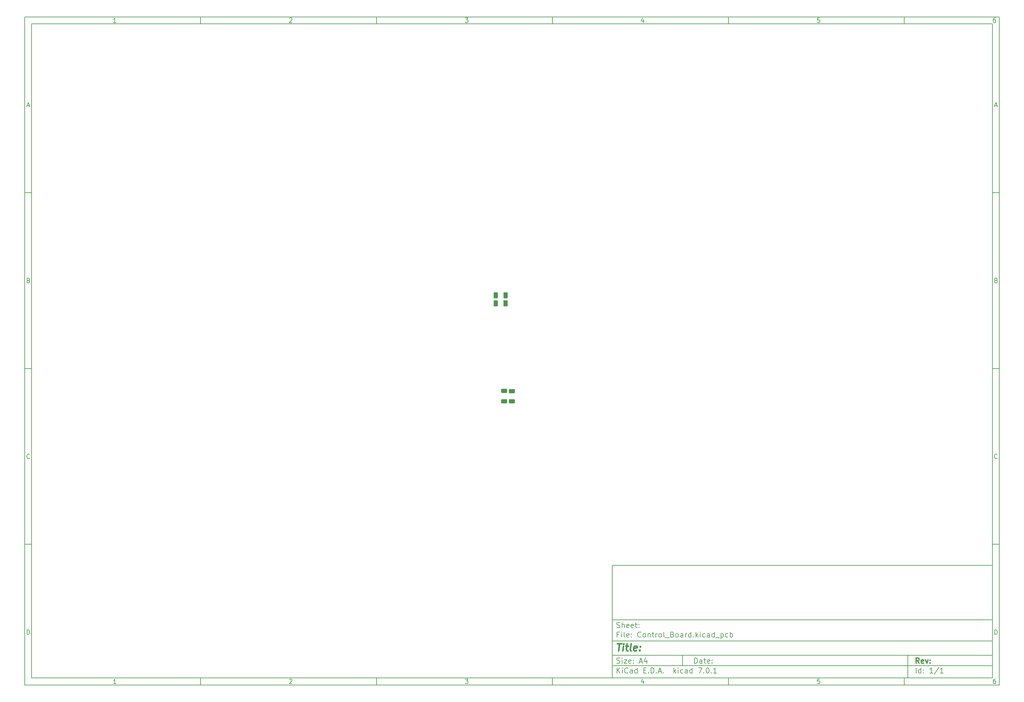
<source format=gbr>
%TF.GenerationSoftware,KiCad,Pcbnew,7.0.1*%
%TF.CreationDate,2023-09-27T13:27:15+00:00*%
%TF.ProjectId,Control_Board,436f6e74-726f-46c5-9f42-6f6172642e6b,rev?*%
%TF.SameCoordinates,Original*%
%TF.FileFunction,Paste,Bot*%
%TF.FilePolarity,Positive*%
%FSLAX45Y45*%
G04 Gerber Fmt 4.5, Leading zero omitted, Abs format (unit mm)*
G04 Created by KiCad (PCBNEW 7.0.1) date 2023-09-27 13:27:15*
%MOMM*%
%LPD*%
G01*
G04 APERTURE LIST*
G04 Aperture macros list*
%AMRoundRect*
0 Rectangle with rounded corners*
0 $1 Rounding radius*
0 $2 $3 $4 $5 $6 $7 $8 $9 X,Y pos of 4 corners*
0 Add a 4 corners polygon primitive as box body*
4,1,4,$2,$3,$4,$5,$6,$7,$8,$9,$2,$3,0*
0 Add four circle primitives for the rounded corners*
1,1,$1+$1,$2,$3*
1,1,$1+$1,$4,$5*
1,1,$1+$1,$6,$7*
1,1,$1+$1,$8,$9*
0 Add four rect primitives between the rounded corners*
20,1,$1+$1,$2,$3,$4,$5,0*
20,1,$1+$1,$4,$5,$6,$7,0*
20,1,$1+$1,$6,$7,$8,$9,0*
20,1,$1+$1,$8,$9,$2,$3,0*%
G04 Aperture macros list end*
%ADD10C,0.100000*%
%ADD11C,0.150000*%
%ADD12C,0.300000*%
%ADD13C,0.400000*%
%ADD14RoundRect,0.250000X-0.625000X0.312500X-0.625000X-0.312500X0.625000X-0.312500X0.625000X0.312500X0*%
%ADD15RoundRect,0.250000X-0.375000X-0.625000X0.375000X-0.625000X0.375000X0.625000X-0.375000X0.625000X0*%
%ADD16RoundRect,0.250000X0.625000X-0.312500X0.625000X0.312500X-0.625000X0.312500X-0.625000X-0.312500X0*%
G04 APERTURE END LIST*
D10*
D11*
X17700220Y-16600720D02*
X28500220Y-16600720D01*
X28500220Y-19800720D01*
X17700220Y-19800720D01*
X17700220Y-16600720D01*
D10*
D11*
X1000000Y-1000000D02*
X28700220Y-1000000D01*
X28700220Y-20000720D01*
X1000000Y-20000720D01*
X1000000Y-1000000D01*
D10*
D11*
X1200000Y-1200000D02*
X28500220Y-1200000D01*
X28500220Y-19800720D01*
X1200000Y-19800720D01*
X1200000Y-1200000D01*
D10*
D11*
X6000000Y-1200000D02*
X6000000Y-1000000D01*
D10*
D11*
X11000000Y-1200000D02*
X11000000Y-1000000D01*
D10*
D11*
X16000000Y-1200000D02*
X16000000Y-1000000D01*
D10*
D11*
X21000000Y-1200000D02*
X21000000Y-1000000D01*
D10*
D11*
X26000000Y-1200000D02*
X26000000Y-1000000D01*
D10*
D11*
X3599048Y-1160140D02*
X3524762Y-1160140D01*
X3561905Y-1160140D02*
X3561905Y-1030140D01*
X3561905Y-1030140D02*
X3549524Y-1048712D01*
X3549524Y-1048712D02*
X3537143Y-1061093D01*
X3537143Y-1061093D02*
X3524762Y-1067283D01*
D10*
D11*
X8524762Y-1042521D02*
X8530952Y-1036331D01*
X8530952Y-1036331D02*
X8543333Y-1030140D01*
X8543333Y-1030140D02*
X8574286Y-1030140D01*
X8574286Y-1030140D02*
X8586667Y-1036331D01*
X8586667Y-1036331D02*
X8592857Y-1042521D01*
X8592857Y-1042521D02*
X8599048Y-1054902D01*
X8599048Y-1054902D02*
X8599048Y-1067283D01*
X8599048Y-1067283D02*
X8592857Y-1085855D01*
X8592857Y-1085855D02*
X8518571Y-1160140D01*
X8518571Y-1160140D02*
X8599048Y-1160140D01*
D10*
D11*
X13518571Y-1030140D02*
X13599048Y-1030140D01*
X13599048Y-1030140D02*
X13555714Y-1079664D01*
X13555714Y-1079664D02*
X13574286Y-1079664D01*
X13574286Y-1079664D02*
X13586667Y-1085855D01*
X13586667Y-1085855D02*
X13592857Y-1092045D01*
X13592857Y-1092045D02*
X13599048Y-1104426D01*
X13599048Y-1104426D02*
X13599048Y-1135379D01*
X13599048Y-1135379D02*
X13592857Y-1147760D01*
X13592857Y-1147760D02*
X13586667Y-1153950D01*
X13586667Y-1153950D02*
X13574286Y-1160140D01*
X13574286Y-1160140D02*
X13537143Y-1160140D01*
X13537143Y-1160140D02*
X13524762Y-1153950D01*
X13524762Y-1153950D02*
X13518571Y-1147760D01*
D10*
D11*
X18586667Y-1073474D02*
X18586667Y-1160140D01*
X18555714Y-1023950D02*
X18524762Y-1116807D01*
X18524762Y-1116807D02*
X18605238Y-1116807D01*
D10*
D11*
X23592857Y-1030140D02*
X23530952Y-1030140D01*
X23530952Y-1030140D02*
X23524762Y-1092045D01*
X23524762Y-1092045D02*
X23530952Y-1085855D01*
X23530952Y-1085855D02*
X23543333Y-1079664D01*
X23543333Y-1079664D02*
X23574286Y-1079664D01*
X23574286Y-1079664D02*
X23586667Y-1085855D01*
X23586667Y-1085855D02*
X23592857Y-1092045D01*
X23592857Y-1092045D02*
X23599048Y-1104426D01*
X23599048Y-1104426D02*
X23599048Y-1135379D01*
X23599048Y-1135379D02*
X23592857Y-1147760D01*
X23592857Y-1147760D02*
X23586667Y-1153950D01*
X23586667Y-1153950D02*
X23574286Y-1160140D01*
X23574286Y-1160140D02*
X23543333Y-1160140D01*
X23543333Y-1160140D02*
X23530952Y-1153950D01*
X23530952Y-1153950D02*
X23524762Y-1147760D01*
D10*
D11*
X28586667Y-1030140D02*
X28561905Y-1030140D01*
X28561905Y-1030140D02*
X28549524Y-1036331D01*
X28549524Y-1036331D02*
X28543333Y-1042521D01*
X28543333Y-1042521D02*
X28530952Y-1061093D01*
X28530952Y-1061093D02*
X28524762Y-1085855D01*
X28524762Y-1085855D02*
X28524762Y-1135379D01*
X28524762Y-1135379D02*
X28530952Y-1147760D01*
X28530952Y-1147760D02*
X28537143Y-1153950D01*
X28537143Y-1153950D02*
X28549524Y-1160140D01*
X28549524Y-1160140D02*
X28574286Y-1160140D01*
X28574286Y-1160140D02*
X28586667Y-1153950D01*
X28586667Y-1153950D02*
X28592857Y-1147760D01*
X28592857Y-1147760D02*
X28599048Y-1135379D01*
X28599048Y-1135379D02*
X28599048Y-1104426D01*
X28599048Y-1104426D02*
X28592857Y-1092045D01*
X28592857Y-1092045D02*
X28586667Y-1085855D01*
X28586667Y-1085855D02*
X28574286Y-1079664D01*
X28574286Y-1079664D02*
X28549524Y-1079664D01*
X28549524Y-1079664D02*
X28537143Y-1085855D01*
X28537143Y-1085855D02*
X28530952Y-1092045D01*
X28530952Y-1092045D02*
X28524762Y-1104426D01*
D10*
D11*
X6000000Y-19800720D02*
X6000000Y-20000720D01*
D10*
D11*
X11000000Y-19800720D02*
X11000000Y-20000720D01*
D10*
D11*
X16000000Y-19800720D02*
X16000000Y-20000720D01*
D10*
D11*
X21000000Y-19800720D02*
X21000000Y-20000720D01*
D10*
D11*
X26000000Y-19800720D02*
X26000000Y-20000720D01*
D10*
D11*
X3599048Y-19960860D02*
X3524762Y-19960860D01*
X3561905Y-19960860D02*
X3561905Y-19830860D01*
X3561905Y-19830860D02*
X3549524Y-19849432D01*
X3549524Y-19849432D02*
X3537143Y-19861813D01*
X3537143Y-19861813D02*
X3524762Y-19868003D01*
D10*
D11*
X8524762Y-19843241D02*
X8530952Y-19837051D01*
X8530952Y-19837051D02*
X8543333Y-19830860D01*
X8543333Y-19830860D02*
X8574286Y-19830860D01*
X8574286Y-19830860D02*
X8586667Y-19837051D01*
X8586667Y-19837051D02*
X8592857Y-19843241D01*
X8592857Y-19843241D02*
X8599048Y-19855622D01*
X8599048Y-19855622D02*
X8599048Y-19868003D01*
X8599048Y-19868003D02*
X8592857Y-19886575D01*
X8592857Y-19886575D02*
X8518571Y-19960860D01*
X8518571Y-19960860D02*
X8599048Y-19960860D01*
D10*
D11*
X13518571Y-19830860D02*
X13599048Y-19830860D01*
X13599048Y-19830860D02*
X13555714Y-19880384D01*
X13555714Y-19880384D02*
X13574286Y-19880384D01*
X13574286Y-19880384D02*
X13586667Y-19886575D01*
X13586667Y-19886575D02*
X13592857Y-19892765D01*
X13592857Y-19892765D02*
X13599048Y-19905146D01*
X13599048Y-19905146D02*
X13599048Y-19936099D01*
X13599048Y-19936099D02*
X13592857Y-19948480D01*
X13592857Y-19948480D02*
X13586667Y-19954670D01*
X13586667Y-19954670D02*
X13574286Y-19960860D01*
X13574286Y-19960860D02*
X13537143Y-19960860D01*
X13537143Y-19960860D02*
X13524762Y-19954670D01*
X13524762Y-19954670D02*
X13518571Y-19948480D01*
D10*
D11*
X18586667Y-19874194D02*
X18586667Y-19960860D01*
X18555714Y-19824670D02*
X18524762Y-19917527D01*
X18524762Y-19917527D02*
X18605238Y-19917527D01*
D10*
D11*
X23592857Y-19830860D02*
X23530952Y-19830860D01*
X23530952Y-19830860D02*
X23524762Y-19892765D01*
X23524762Y-19892765D02*
X23530952Y-19886575D01*
X23530952Y-19886575D02*
X23543333Y-19880384D01*
X23543333Y-19880384D02*
X23574286Y-19880384D01*
X23574286Y-19880384D02*
X23586667Y-19886575D01*
X23586667Y-19886575D02*
X23592857Y-19892765D01*
X23592857Y-19892765D02*
X23599048Y-19905146D01*
X23599048Y-19905146D02*
X23599048Y-19936099D01*
X23599048Y-19936099D02*
X23592857Y-19948480D01*
X23592857Y-19948480D02*
X23586667Y-19954670D01*
X23586667Y-19954670D02*
X23574286Y-19960860D01*
X23574286Y-19960860D02*
X23543333Y-19960860D01*
X23543333Y-19960860D02*
X23530952Y-19954670D01*
X23530952Y-19954670D02*
X23524762Y-19948480D01*
D10*
D11*
X28586667Y-19830860D02*
X28561905Y-19830860D01*
X28561905Y-19830860D02*
X28549524Y-19837051D01*
X28549524Y-19837051D02*
X28543333Y-19843241D01*
X28543333Y-19843241D02*
X28530952Y-19861813D01*
X28530952Y-19861813D02*
X28524762Y-19886575D01*
X28524762Y-19886575D02*
X28524762Y-19936099D01*
X28524762Y-19936099D02*
X28530952Y-19948480D01*
X28530952Y-19948480D02*
X28537143Y-19954670D01*
X28537143Y-19954670D02*
X28549524Y-19960860D01*
X28549524Y-19960860D02*
X28574286Y-19960860D01*
X28574286Y-19960860D02*
X28586667Y-19954670D01*
X28586667Y-19954670D02*
X28592857Y-19948480D01*
X28592857Y-19948480D02*
X28599048Y-19936099D01*
X28599048Y-19936099D02*
X28599048Y-19905146D01*
X28599048Y-19905146D02*
X28592857Y-19892765D01*
X28592857Y-19892765D02*
X28586667Y-19886575D01*
X28586667Y-19886575D02*
X28574286Y-19880384D01*
X28574286Y-19880384D02*
X28549524Y-19880384D01*
X28549524Y-19880384D02*
X28537143Y-19886575D01*
X28537143Y-19886575D02*
X28530952Y-19892765D01*
X28530952Y-19892765D02*
X28524762Y-19905146D01*
D10*
D11*
X1000000Y-6000000D02*
X1200000Y-6000000D01*
D10*
D11*
X1000000Y-11000000D02*
X1200000Y-11000000D01*
D10*
D11*
X1000000Y-16000000D02*
X1200000Y-16000000D01*
D10*
D11*
X1069048Y-3522998D02*
X1130952Y-3522998D01*
X1056667Y-3560140D02*
X1100000Y-3430140D01*
X1100000Y-3430140D02*
X1143333Y-3560140D01*
D10*
D11*
X1109286Y-8492045D02*
X1127857Y-8498236D01*
X1127857Y-8498236D02*
X1134048Y-8504426D01*
X1134048Y-8504426D02*
X1140238Y-8516807D01*
X1140238Y-8516807D02*
X1140238Y-8535379D01*
X1140238Y-8535379D02*
X1134048Y-8547760D01*
X1134048Y-8547760D02*
X1127857Y-8553950D01*
X1127857Y-8553950D02*
X1115476Y-8560140D01*
X1115476Y-8560140D02*
X1065952Y-8560140D01*
X1065952Y-8560140D02*
X1065952Y-8430140D01*
X1065952Y-8430140D02*
X1109286Y-8430140D01*
X1109286Y-8430140D02*
X1121667Y-8436331D01*
X1121667Y-8436331D02*
X1127857Y-8442521D01*
X1127857Y-8442521D02*
X1134048Y-8454902D01*
X1134048Y-8454902D02*
X1134048Y-8467283D01*
X1134048Y-8467283D02*
X1127857Y-8479664D01*
X1127857Y-8479664D02*
X1121667Y-8485855D01*
X1121667Y-8485855D02*
X1109286Y-8492045D01*
X1109286Y-8492045D02*
X1065952Y-8492045D01*
D10*
D11*
X1140238Y-13547759D02*
X1134048Y-13553950D01*
X1134048Y-13553950D02*
X1115476Y-13560140D01*
X1115476Y-13560140D02*
X1103095Y-13560140D01*
X1103095Y-13560140D02*
X1084524Y-13553950D01*
X1084524Y-13553950D02*
X1072143Y-13541569D01*
X1072143Y-13541569D02*
X1065952Y-13529188D01*
X1065952Y-13529188D02*
X1059762Y-13504426D01*
X1059762Y-13504426D02*
X1059762Y-13485855D01*
X1059762Y-13485855D02*
X1065952Y-13461093D01*
X1065952Y-13461093D02*
X1072143Y-13448712D01*
X1072143Y-13448712D02*
X1084524Y-13436331D01*
X1084524Y-13436331D02*
X1103095Y-13430140D01*
X1103095Y-13430140D02*
X1115476Y-13430140D01*
X1115476Y-13430140D02*
X1134048Y-13436331D01*
X1134048Y-13436331D02*
X1140238Y-13442521D01*
D10*
D11*
X1065952Y-18560140D02*
X1065952Y-18430140D01*
X1065952Y-18430140D02*
X1096905Y-18430140D01*
X1096905Y-18430140D02*
X1115476Y-18436331D01*
X1115476Y-18436331D02*
X1127857Y-18448712D01*
X1127857Y-18448712D02*
X1134048Y-18461093D01*
X1134048Y-18461093D02*
X1140238Y-18485855D01*
X1140238Y-18485855D02*
X1140238Y-18504426D01*
X1140238Y-18504426D02*
X1134048Y-18529188D01*
X1134048Y-18529188D02*
X1127857Y-18541569D01*
X1127857Y-18541569D02*
X1115476Y-18553950D01*
X1115476Y-18553950D02*
X1096905Y-18560140D01*
X1096905Y-18560140D02*
X1065952Y-18560140D01*
D10*
D11*
X28700220Y-6000000D02*
X28500220Y-6000000D01*
D10*
D11*
X28700220Y-11000000D02*
X28500220Y-11000000D01*
D10*
D11*
X28700220Y-16000000D02*
X28500220Y-16000000D01*
D10*
D11*
X28569268Y-3522998D02*
X28631172Y-3522998D01*
X28556887Y-3560140D02*
X28600220Y-3430140D01*
X28600220Y-3430140D02*
X28643553Y-3560140D01*
D10*
D11*
X28609506Y-8492045D02*
X28628077Y-8498236D01*
X28628077Y-8498236D02*
X28634268Y-8504426D01*
X28634268Y-8504426D02*
X28640458Y-8516807D01*
X28640458Y-8516807D02*
X28640458Y-8535379D01*
X28640458Y-8535379D02*
X28634268Y-8547760D01*
X28634268Y-8547760D02*
X28628077Y-8553950D01*
X28628077Y-8553950D02*
X28615696Y-8560140D01*
X28615696Y-8560140D02*
X28566172Y-8560140D01*
X28566172Y-8560140D02*
X28566172Y-8430140D01*
X28566172Y-8430140D02*
X28609506Y-8430140D01*
X28609506Y-8430140D02*
X28621887Y-8436331D01*
X28621887Y-8436331D02*
X28628077Y-8442521D01*
X28628077Y-8442521D02*
X28634268Y-8454902D01*
X28634268Y-8454902D02*
X28634268Y-8467283D01*
X28634268Y-8467283D02*
X28628077Y-8479664D01*
X28628077Y-8479664D02*
X28621887Y-8485855D01*
X28621887Y-8485855D02*
X28609506Y-8492045D01*
X28609506Y-8492045D02*
X28566172Y-8492045D01*
D10*
D11*
X28640458Y-13547759D02*
X28634268Y-13553950D01*
X28634268Y-13553950D02*
X28615696Y-13560140D01*
X28615696Y-13560140D02*
X28603315Y-13560140D01*
X28603315Y-13560140D02*
X28584744Y-13553950D01*
X28584744Y-13553950D02*
X28572363Y-13541569D01*
X28572363Y-13541569D02*
X28566172Y-13529188D01*
X28566172Y-13529188D02*
X28559982Y-13504426D01*
X28559982Y-13504426D02*
X28559982Y-13485855D01*
X28559982Y-13485855D02*
X28566172Y-13461093D01*
X28566172Y-13461093D02*
X28572363Y-13448712D01*
X28572363Y-13448712D02*
X28584744Y-13436331D01*
X28584744Y-13436331D02*
X28603315Y-13430140D01*
X28603315Y-13430140D02*
X28615696Y-13430140D01*
X28615696Y-13430140D02*
X28634268Y-13436331D01*
X28634268Y-13436331D02*
X28640458Y-13442521D01*
D10*
D11*
X28566172Y-18560140D02*
X28566172Y-18430140D01*
X28566172Y-18430140D02*
X28597125Y-18430140D01*
X28597125Y-18430140D02*
X28615696Y-18436331D01*
X28615696Y-18436331D02*
X28628077Y-18448712D01*
X28628077Y-18448712D02*
X28634268Y-18461093D01*
X28634268Y-18461093D02*
X28640458Y-18485855D01*
X28640458Y-18485855D02*
X28640458Y-18504426D01*
X28640458Y-18504426D02*
X28634268Y-18529188D01*
X28634268Y-18529188D02*
X28628077Y-18541569D01*
X28628077Y-18541569D02*
X28615696Y-18553950D01*
X28615696Y-18553950D02*
X28597125Y-18560140D01*
X28597125Y-18560140D02*
X28566172Y-18560140D01*
D10*
D11*
X20035934Y-19380113D02*
X20035934Y-19230113D01*
X20035934Y-19230113D02*
X20071649Y-19230113D01*
X20071649Y-19230113D02*
X20093077Y-19237256D01*
X20093077Y-19237256D02*
X20107363Y-19251541D01*
X20107363Y-19251541D02*
X20114506Y-19265827D01*
X20114506Y-19265827D02*
X20121649Y-19294399D01*
X20121649Y-19294399D02*
X20121649Y-19315827D01*
X20121649Y-19315827D02*
X20114506Y-19344399D01*
X20114506Y-19344399D02*
X20107363Y-19358684D01*
X20107363Y-19358684D02*
X20093077Y-19372970D01*
X20093077Y-19372970D02*
X20071649Y-19380113D01*
X20071649Y-19380113D02*
X20035934Y-19380113D01*
X20250220Y-19380113D02*
X20250220Y-19301541D01*
X20250220Y-19301541D02*
X20243077Y-19287256D01*
X20243077Y-19287256D02*
X20228791Y-19280113D01*
X20228791Y-19280113D02*
X20200220Y-19280113D01*
X20200220Y-19280113D02*
X20185934Y-19287256D01*
X20250220Y-19372970D02*
X20235934Y-19380113D01*
X20235934Y-19380113D02*
X20200220Y-19380113D01*
X20200220Y-19380113D02*
X20185934Y-19372970D01*
X20185934Y-19372970D02*
X20178791Y-19358684D01*
X20178791Y-19358684D02*
X20178791Y-19344399D01*
X20178791Y-19344399D02*
X20185934Y-19330113D01*
X20185934Y-19330113D02*
X20200220Y-19322970D01*
X20200220Y-19322970D02*
X20235934Y-19322970D01*
X20235934Y-19322970D02*
X20250220Y-19315827D01*
X20300220Y-19280113D02*
X20357363Y-19280113D01*
X20321649Y-19230113D02*
X20321649Y-19358684D01*
X20321649Y-19358684D02*
X20328791Y-19372970D01*
X20328791Y-19372970D02*
X20343077Y-19380113D01*
X20343077Y-19380113D02*
X20357363Y-19380113D01*
X20464506Y-19372970D02*
X20450220Y-19380113D01*
X20450220Y-19380113D02*
X20421649Y-19380113D01*
X20421649Y-19380113D02*
X20407363Y-19372970D01*
X20407363Y-19372970D02*
X20400220Y-19358684D01*
X20400220Y-19358684D02*
X20400220Y-19301541D01*
X20400220Y-19301541D02*
X20407363Y-19287256D01*
X20407363Y-19287256D02*
X20421649Y-19280113D01*
X20421649Y-19280113D02*
X20450220Y-19280113D01*
X20450220Y-19280113D02*
X20464506Y-19287256D01*
X20464506Y-19287256D02*
X20471649Y-19301541D01*
X20471649Y-19301541D02*
X20471649Y-19315827D01*
X20471649Y-19315827D02*
X20400220Y-19330113D01*
X20535934Y-19365827D02*
X20543077Y-19372970D01*
X20543077Y-19372970D02*
X20535934Y-19380113D01*
X20535934Y-19380113D02*
X20528791Y-19372970D01*
X20528791Y-19372970D02*
X20535934Y-19365827D01*
X20535934Y-19365827D02*
X20535934Y-19380113D01*
X20535934Y-19287256D02*
X20543077Y-19294399D01*
X20543077Y-19294399D02*
X20535934Y-19301541D01*
X20535934Y-19301541D02*
X20528791Y-19294399D01*
X20528791Y-19294399D02*
X20535934Y-19287256D01*
X20535934Y-19287256D02*
X20535934Y-19301541D01*
D10*
D11*
X17700220Y-19450720D02*
X28500220Y-19450720D01*
D10*
D11*
X17835934Y-19660113D02*
X17835934Y-19510113D01*
X17921649Y-19660113D02*
X17857363Y-19574399D01*
X17921649Y-19510113D02*
X17835934Y-19595827D01*
X17985934Y-19660113D02*
X17985934Y-19560113D01*
X17985934Y-19510113D02*
X17978791Y-19517256D01*
X17978791Y-19517256D02*
X17985934Y-19524399D01*
X17985934Y-19524399D02*
X17993077Y-19517256D01*
X17993077Y-19517256D02*
X17985934Y-19510113D01*
X17985934Y-19510113D02*
X17985934Y-19524399D01*
X18143077Y-19645827D02*
X18135934Y-19652970D01*
X18135934Y-19652970D02*
X18114506Y-19660113D01*
X18114506Y-19660113D02*
X18100220Y-19660113D01*
X18100220Y-19660113D02*
X18078791Y-19652970D01*
X18078791Y-19652970D02*
X18064506Y-19638684D01*
X18064506Y-19638684D02*
X18057363Y-19624399D01*
X18057363Y-19624399D02*
X18050220Y-19595827D01*
X18050220Y-19595827D02*
X18050220Y-19574399D01*
X18050220Y-19574399D02*
X18057363Y-19545827D01*
X18057363Y-19545827D02*
X18064506Y-19531541D01*
X18064506Y-19531541D02*
X18078791Y-19517256D01*
X18078791Y-19517256D02*
X18100220Y-19510113D01*
X18100220Y-19510113D02*
X18114506Y-19510113D01*
X18114506Y-19510113D02*
X18135934Y-19517256D01*
X18135934Y-19517256D02*
X18143077Y-19524399D01*
X18271649Y-19660113D02*
X18271649Y-19581541D01*
X18271649Y-19581541D02*
X18264506Y-19567256D01*
X18264506Y-19567256D02*
X18250220Y-19560113D01*
X18250220Y-19560113D02*
X18221649Y-19560113D01*
X18221649Y-19560113D02*
X18207363Y-19567256D01*
X18271649Y-19652970D02*
X18257363Y-19660113D01*
X18257363Y-19660113D02*
X18221649Y-19660113D01*
X18221649Y-19660113D02*
X18207363Y-19652970D01*
X18207363Y-19652970D02*
X18200220Y-19638684D01*
X18200220Y-19638684D02*
X18200220Y-19624399D01*
X18200220Y-19624399D02*
X18207363Y-19610113D01*
X18207363Y-19610113D02*
X18221649Y-19602970D01*
X18221649Y-19602970D02*
X18257363Y-19602970D01*
X18257363Y-19602970D02*
X18271649Y-19595827D01*
X18407363Y-19660113D02*
X18407363Y-19510113D01*
X18407363Y-19652970D02*
X18393077Y-19660113D01*
X18393077Y-19660113D02*
X18364506Y-19660113D01*
X18364506Y-19660113D02*
X18350220Y-19652970D01*
X18350220Y-19652970D02*
X18343077Y-19645827D01*
X18343077Y-19645827D02*
X18335934Y-19631541D01*
X18335934Y-19631541D02*
X18335934Y-19588684D01*
X18335934Y-19588684D02*
X18343077Y-19574399D01*
X18343077Y-19574399D02*
X18350220Y-19567256D01*
X18350220Y-19567256D02*
X18364506Y-19560113D01*
X18364506Y-19560113D02*
X18393077Y-19560113D01*
X18393077Y-19560113D02*
X18407363Y-19567256D01*
X18593077Y-19581541D02*
X18643077Y-19581541D01*
X18664506Y-19660113D02*
X18593077Y-19660113D01*
X18593077Y-19660113D02*
X18593077Y-19510113D01*
X18593077Y-19510113D02*
X18664506Y-19510113D01*
X18728791Y-19645827D02*
X18735934Y-19652970D01*
X18735934Y-19652970D02*
X18728791Y-19660113D01*
X18728791Y-19660113D02*
X18721649Y-19652970D01*
X18721649Y-19652970D02*
X18728791Y-19645827D01*
X18728791Y-19645827D02*
X18728791Y-19660113D01*
X18800220Y-19660113D02*
X18800220Y-19510113D01*
X18800220Y-19510113D02*
X18835934Y-19510113D01*
X18835934Y-19510113D02*
X18857363Y-19517256D01*
X18857363Y-19517256D02*
X18871649Y-19531541D01*
X18871649Y-19531541D02*
X18878792Y-19545827D01*
X18878792Y-19545827D02*
X18885934Y-19574399D01*
X18885934Y-19574399D02*
X18885934Y-19595827D01*
X18885934Y-19595827D02*
X18878792Y-19624399D01*
X18878792Y-19624399D02*
X18871649Y-19638684D01*
X18871649Y-19638684D02*
X18857363Y-19652970D01*
X18857363Y-19652970D02*
X18835934Y-19660113D01*
X18835934Y-19660113D02*
X18800220Y-19660113D01*
X18950220Y-19645827D02*
X18957363Y-19652970D01*
X18957363Y-19652970D02*
X18950220Y-19660113D01*
X18950220Y-19660113D02*
X18943077Y-19652970D01*
X18943077Y-19652970D02*
X18950220Y-19645827D01*
X18950220Y-19645827D02*
X18950220Y-19660113D01*
X19014506Y-19617256D02*
X19085934Y-19617256D01*
X19000220Y-19660113D02*
X19050220Y-19510113D01*
X19050220Y-19510113D02*
X19100220Y-19660113D01*
X19150220Y-19645827D02*
X19157363Y-19652970D01*
X19157363Y-19652970D02*
X19150220Y-19660113D01*
X19150220Y-19660113D02*
X19143077Y-19652970D01*
X19143077Y-19652970D02*
X19150220Y-19645827D01*
X19150220Y-19645827D02*
X19150220Y-19660113D01*
X19450220Y-19660113D02*
X19450220Y-19510113D01*
X19464506Y-19602970D02*
X19507363Y-19660113D01*
X19507363Y-19560113D02*
X19450220Y-19617256D01*
X19571649Y-19660113D02*
X19571649Y-19560113D01*
X19571649Y-19510113D02*
X19564506Y-19517256D01*
X19564506Y-19517256D02*
X19571649Y-19524399D01*
X19571649Y-19524399D02*
X19578792Y-19517256D01*
X19578792Y-19517256D02*
X19571649Y-19510113D01*
X19571649Y-19510113D02*
X19571649Y-19524399D01*
X19707363Y-19652970D02*
X19693077Y-19660113D01*
X19693077Y-19660113D02*
X19664506Y-19660113D01*
X19664506Y-19660113D02*
X19650220Y-19652970D01*
X19650220Y-19652970D02*
X19643077Y-19645827D01*
X19643077Y-19645827D02*
X19635934Y-19631541D01*
X19635934Y-19631541D02*
X19635934Y-19588684D01*
X19635934Y-19588684D02*
X19643077Y-19574399D01*
X19643077Y-19574399D02*
X19650220Y-19567256D01*
X19650220Y-19567256D02*
X19664506Y-19560113D01*
X19664506Y-19560113D02*
X19693077Y-19560113D01*
X19693077Y-19560113D02*
X19707363Y-19567256D01*
X19835934Y-19660113D02*
X19835934Y-19581541D01*
X19835934Y-19581541D02*
X19828792Y-19567256D01*
X19828792Y-19567256D02*
X19814506Y-19560113D01*
X19814506Y-19560113D02*
X19785934Y-19560113D01*
X19785934Y-19560113D02*
X19771649Y-19567256D01*
X19835934Y-19652970D02*
X19821649Y-19660113D01*
X19821649Y-19660113D02*
X19785934Y-19660113D01*
X19785934Y-19660113D02*
X19771649Y-19652970D01*
X19771649Y-19652970D02*
X19764506Y-19638684D01*
X19764506Y-19638684D02*
X19764506Y-19624399D01*
X19764506Y-19624399D02*
X19771649Y-19610113D01*
X19771649Y-19610113D02*
X19785934Y-19602970D01*
X19785934Y-19602970D02*
X19821649Y-19602970D01*
X19821649Y-19602970D02*
X19835934Y-19595827D01*
X19971649Y-19660113D02*
X19971649Y-19510113D01*
X19971649Y-19652970D02*
X19957363Y-19660113D01*
X19957363Y-19660113D02*
X19928792Y-19660113D01*
X19928792Y-19660113D02*
X19914506Y-19652970D01*
X19914506Y-19652970D02*
X19907363Y-19645827D01*
X19907363Y-19645827D02*
X19900220Y-19631541D01*
X19900220Y-19631541D02*
X19900220Y-19588684D01*
X19900220Y-19588684D02*
X19907363Y-19574399D01*
X19907363Y-19574399D02*
X19914506Y-19567256D01*
X19914506Y-19567256D02*
X19928792Y-19560113D01*
X19928792Y-19560113D02*
X19957363Y-19560113D01*
X19957363Y-19560113D02*
X19971649Y-19567256D01*
X20143077Y-19510113D02*
X20243077Y-19510113D01*
X20243077Y-19510113D02*
X20178792Y-19660113D01*
X20300220Y-19645827D02*
X20307363Y-19652970D01*
X20307363Y-19652970D02*
X20300220Y-19660113D01*
X20300220Y-19660113D02*
X20293077Y-19652970D01*
X20293077Y-19652970D02*
X20300220Y-19645827D01*
X20300220Y-19645827D02*
X20300220Y-19660113D01*
X20400220Y-19510113D02*
X20414506Y-19510113D01*
X20414506Y-19510113D02*
X20428792Y-19517256D01*
X20428792Y-19517256D02*
X20435934Y-19524399D01*
X20435934Y-19524399D02*
X20443077Y-19538684D01*
X20443077Y-19538684D02*
X20450220Y-19567256D01*
X20450220Y-19567256D02*
X20450220Y-19602970D01*
X20450220Y-19602970D02*
X20443077Y-19631541D01*
X20443077Y-19631541D02*
X20435934Y-19645827D01*
X20435934Y-19645827D02*
X20428792Y-19652970D01*
X20428792Y-19652970D02*
X20414506Y-19660113D01*
X20414506Y-19660113D02*
X20400220Y-19660113D01*
X20400220Y-19660113D02*
X20385934Y-19652970D01*
X20385934Y-19652970D02*
X20378792Y-19645827D01*
X20378792Y-19645827D02*
X20371649Y-19631541D01*
X20371649Y-19631541D02*
X20364506Y-19602970D01*
X20364506Y-19602970D02*
X20364506Y-19567256D01*
X20364506Y-19567256D02*
X20371649Y-19538684D01*
X20371649Y-19538684D02*
X20378792Y-19524399D01*
X20378792Y-19524399D02*
X20385934Y-19517256D01*
X20385934Y-19517256D02*
X20400220Y-19510113D01*
X20514506Y-19645827D02*
X20521649Y-19652970D01*
X20521649Y-19652970D02*
X20514506Y-19660113D01*
X20514506Y-19660113D02*
X20507363Y-19652970D01*
X20507363Y-19652970D02*
X20514506Y-19645827D01*
X20514506Y-19645827D02*
X20514506Y-19660113D01*
X20664506Y-19660113D02*
X20578792Y-19660113D01*
X20621649Y-19660113D02*
X20621649Y-19510113D01*
X20621649Y-19510113D02*
X20607363Y-19531541D01*
X20607363Y-19531541D02*
X20593077Y-19545827D01*
X20593077Y-19545827D02*
X20578792Y-19552970D01*
D10*
D11*
X17700220Y-19150720D02*
X28500220Y-19150720D01*
D10*
D12*
X26421648Y-19380113D02*
X26371648Y-19308684D01*
X26335934Y-19380113D02*
X26335934Y-19230113D01*
X26335934Y-19230113D02*
X26393077Y-19230113D01*
X26393077Y-19230113D02*
X26407363Y-19237256D01*
X26407363Y-19237256D02*
X26414506Y-19244399D01*
X26414506Y-19244399D02*
X26421648Y-19258684D01*
X26421648Y-19258684D02*
X26421648Y-19280113D01*
X26421648Y-19280113D02*
X26414506Y-19294399D01*
X26414506Y-19294399D02*
X26407363Y-19301541D01*
X26407363Y-19301541D02*
X26393077Y-19308684D01*
X26393077Y-19308684D02*
X26335934Y-19308684D01*
X26543077Y-19372970D02*
X26528791Y-19380113D01*
X26528791Y-19380113D02*
X26500220Y-19380113D01*
X26500220Y-19380113D02*
X26485934Y-19372970D01*
X26485934Y-19372970D02*
X26478791Y-19358684D01*
X26478791Y-19358684D02*
X26478791Y-19301541D01*
X26478791Y-19301541D02*
X26485934Y-19287256D01*
X26485934Y-19287256D02*
X26500220Y-19280113D01*
X26500220Y-19280113D02*
X26528791Y-19280113D01*
X26528791Y-19280113D02*
X26543077Y-19287256D01*
X26543077Y-19287256D02*
X26550220Y-19301541D01*
X26550220Y-19301541D02*
X26550220Y-19315827D01*
X26550220Y-19315827D02*
X26478791Y-19330113D01*
X26600220Y-19280113D02*
X26635934Y-19380113D01*
X26635934Y-19380113D02*
X26671648Y-19280113D01*
X26728791Y-19365827D02*
X26735934Y-19372970D01*
X26735934Y-19372970D02*
X26728791Y-19380113D01*
X26728791Y-19380113D02*
X26721648Y-19372970D01*
X26721648Y-19372970D02*
X26728791Y-19365827D01*
X26728791Y-19365827D02*
X26728791Y-19380113D01*
X26728791Y-19287256D02*
X26735934Y-19294399D01*
X26735934Y-19294399D02*
X26728791Y-19301541D01*
X26728791Y-19301541D02*
X26721648Y-19294399D01*
X26721648Y-19294399D02*
X26728791Y-19287256D01*
X26728791Y-19287256D02*
X26728791Y-19301541D01*
D10*
D11*
X17828791Y-19372970D02*
X17850220Y-19380113D01*
X17850220Y-19380113D02*
X17885934Y-19380113D01*
X17885934Y-19380113D02*
X17900220Y-19372970D01*
X17900220Y-19372970D02*
X17907363Y-19365827D01*
X17907363Y-19365827D02*
X17914506Y-19351541D01*
X17914506Y-19351541D02*
X17914506Y-19337256D01*
X17914506Y-19337256D02*
X17907363Y-19322970D01*
X17907363Y-19322970D02*
X17900220Y-19315827D01*
X17900220Y-19315827D02*
X17885934Y-19308684D01*
X17885934Y-19308684D02*
X17857363Y-19301541D01*
X17857363Y-19301541D02*
X17843077Y-19294399D01*
X17843077Y-19294399D02*
X17835934Y-19287256D01*
X17835934Y-19287256D02*
X17828791Y-19272970D01*
X17828791Y-19272970D02*
X17828791Y-19258684D01*
X17828791Y-19258684D02*
X17835934Y-19244399D01*
X17835934Y-19244399D02*
X17843077Y-19237256D01*
X17843077Y-19237256D02*
X17857363Y-19230113D01*
X17857363Y-19230113D02*
X17893077Y-19230113D01*
X17893077Y-19230113D02*
X17914506Y-19237256D01*
X17978791Y-19380113D02*
X17978791Y-19280113D01*
X17978791Y-19230113D02*
X17971649Y-19237256D01*
X17971649Y-19237256D02*
X17978791Y-19244399D01*
X17978791Y-19244399D02*
X17985934Y-19237256D01*
X17985934Y-19237256D02*
X17978791Y-19230113D01*
X17978791Y-19230113D02*
X17978791Y-19244399D01*
X18035934Y-19280113D02*
X18114506Y-19280113D01*
X18114506Y-19280113D02*
X18035934Y-19380113D01*
X18035934Y-19380113D02*
X18114506Y-19380113D01*
X18228791Y-19372970D02*
X18214506Y-19380113D01*
X18214506Y-19380113D02*
X18185934Y-19380113D01*
X18185934Y-19380113D02*
X18171649Y-19372970D01*
X18171649Y-19372970D02*
X18164506Y-19358684D01*
X18164506Y-19358684D02*
X18164506Y-19301541D01*
X18164506Y-19301541D02*
X18171649Y-19287256D01*
X18171649Y-19287256D02*
X18185934Y-19280113D01*
X18185934Y-19280113D02*
X18214506Y-19280113D01*
X18214506Y-19280113D02*
X18228791Y-19287256D01*
X18228791Y-19287256D02*
X18235934Y-19301541D01*
X18235934Y-19301541D02*
X18235934Y-19315827D01*
X18235934Y-19315827D02*
X18164506Y-19330113D01*
X18300220Y-19365827D02*
X18307363Y-19372970D01*
X18307363Y-19372970D02*
X18300220Y-19380113D01*
X18300220Y-19380113D02*
X18293077Y-19372970D01*
X18293077Y-19372970D02*
X18300220Y-19365827D01*
X18300220Y-19365827D02*
X18300220Y-19380113D01*
X18300220Y-19287256D02*
X18307363Y-19294399D01*
X18307363Y-19294399D02*
X18300220Y-19301541D01*
X18300220Y-19301541D02*
X18293077Y-19294399D01*
X18293077Y-19294399D02*
X18300220Y-19287256D01*
X18300220Y-19287256D02*
X18300220Y-19301541D01*
X18478791Y-19337256D02*
X18550220Y-19337256D01*
X18464506Y-19380113D02*
X18514506Y-19230113D01*
X18514506Y-19230113D02*
X18564506Y-19380113D01*
X18678791Y-19280113D02*
X18678791Y-19380113D01*
X18643077Y-19222970D02*
X18607363Y-19330113D01*
X18607363Y-19330113D02*
X18700220Y-19330113D01*
D10*
D11*
X26335934Y-19660113D02*
X26335934Y-19510113D01*
X26471649Y-19660113D02*
X26471649Y-19510113D01*
X26471649Y-19652970D02*
X26457363Y-19660113D01*
X26457363Y-19660113D02*
X26428791Y-19660113D01*
X26428791Y-19660113D02*
X26414506Y-19652970D01*
X26414506Y-19652970D02*
X26407363Y-19645827D01*
X26407363Y-19645827D02*
X26400220Y-19631541D01*
X26400220Y-19631541D02*
X26400220Y-19588684D01*
X26400220Y-19588684D02*
X26407363Y-19574399D01*
X26407363Y-19574399D02*
X26414506Y-19567256D01*
X26414506Y-19567256D02*
X26428791Y-19560113D01*
X26428791Y-19560113D02*
X26457363Y-19560113D01*
X26457363Y-19560113D02*
X26471649Y-19567256D01*
X26543077Y-19645827D02*
X26550220Y-19652970D01*
X26550220Y-19652970D02*
X26543077Y-19660113D01*
X26543077Y-19660113D02*
X26535934Y-19652970D01*
X26535934Y-19652970D02*
X26543077Y-19645827D01*
X26543077Y-19645827D02*
X26543077Y-19660113D01*
X26543077Y-19567256D02*
X26550220Y-19574399D01*
X26550220Y-19574399D02*
X26543077Y-19581541D01*
X26543077Y-19581541D02*
X26535934Y-19574399D01*
X26535934Y-19574399D02*
X26543077Y-19567256D01*
X26543077Y-19567256D02*
X26543077Y-19581541D01*
X26807363Y-19660113D02*
X26721649Y-19660113D01*
X26764506Y-19660113D02*
X26764506Y-19510113D01*
X26764506Y-19510113D02*
X26750220Y-19531541D01*
X26750220Y-19531541D02*
X26735934Y-19545827D01*
X26735934Y-19545827D02*
X26721649Y-19552970D01*
X26978791Y-19502970D02*
X26850220Y-19695827D01*
X27107363Y-19660113D02*
X27021649Y-19660113D01*
X27064506Y-19660113D02*
X27064506Y-19510113D01*
X27064506Y-19510113D02*
X27050220Y-19531541D01*
X27050220Y-19531541D02*
X27035934Y-19545827D01*
X27035934Y-19545827D02*
X27021649Y-19552970D01*
D10*
D11*
X17700220Y-18750720D02*
X28500220Y-18750720D01*
D10*
D13*
X17843077Y-18823244D02*
X17957363Y-18823244D01*
X17875220Y-19023244D02*
X17900220Y-18823244D01*
X17997839Y-19023244D02*
X18014506Y-18889910D01*
X18022839Y-18823244D02*
X18012125Y-18832768D01*
X18012125Y-18832768D02*
X18020458Y-18842291D01*
X18020458Y-18842291D02*
X18031172Y-18832768D01*
X18031172Y-18832768D02*
X18022839Y-18823244D01*
X18022839Y-18823244D02*
X18020458Y-18842291D01*
X18079982Y-18889910D02*
X18156172Y-18889910D01*
X18116887Y-18823244D02*
X18095458Y-18994672D01*
X18095458Y-18994672D02*
X18102601Y-19013720D01*
X18102601Y-19013720D02*
X18120458Y-19023244D01*
X18120458Y-19023244D02*
X18139506Y-19023244D01*
X18233553Y-19023244D02*
X18215696Y-19013720D01*
X18215696Y-19013720D02*
X18208553Y-18994672D01*
X18208553Y-18994672D02*
X18229982Y-18823244D01*
X18385934Y-19013720D02*
X18365696Y-19023244D01*
X18365696Y-19023244D02*
X18327601Y-19023244D01*
X18327601Y-19023244D02*
X18309744Y-19013720D01*
X18309744Y-19013720D02*
X18302601Y-18994672D01*
X18302601Y-18994672D02*
X18312125Y-18918482D01*
X18312125Y-18918482D02*
X18324029Y-18899434D01*
X18324029Y-18899434D02*
X18344268Y-18889910D01*
X18344268Y-18889910D02*
X18382363Y-18889910D01*
X18382363Y-18889910D02*
X18400220Y-18899434D01*
X18400220Y-18899434D02*
X18407363Y-18918482D01*
X18407363Y-18918482D02*
X18404982Y-18937530D01*
X18404982Y-18937530D02*
X18307363Y-18956577D01*
X18481172Y-19004196D02*
X18489506Y-19013720D01*
X18489506Y-19013720D02*
X18478791Y-19023244D01*
X18478791Y-19023244D02*
X18470458Y-19013720D01*
X18470458Y-19013720D02*
X18481172Y-19004196D01*
X18481172Y-19004196D02*
X18478791Y-19023244D01*
X18494268Y-18899434D02*
X18502601Y-18908958D01*
X18502601Y-18908958D02*
X18491887Y-18918482D01*
X18491887Y-18918482D02*
X18483553Y-18908958D01*
X18483553Y-18908958D02*
X18494268Y-18899434D01*
X18494268Y-18899434D02*
X18491887Y-18918482D01*
D10*
D11*
X17885934Y-18561541D02*
X17835934Y-18561541D01*
X17835934Y-18640113D02*
X17835934Y-18490113D01*
X17835934Y-18490113D02*
X17907363Y-18490113D01*
X17964506Y-18640113D02*
X17964506Y-18540113D01*
X17964506Y-18490113D02*
X17957363Y-18497256D01*
X17957363Y-18497256D02*
X17964506Y-18504399D01*
X17964506Y-18504399D02*
X17971649Y-18497256D01*
X17971649Y-18497256D02*
X17964506Y-18490113D01*
X17964506Y-18490113D02*
X17964506Y-18504399D01*
X18057363Y-18640113D02*
X18043077Y-18632970D01*
X18043077Y-18632970D02*
X18035934Y-18618684D01*
X18035934Y-18618684D02*
X18035934Y-18490113D01*
X18171649Y-18632970D02*
X18157363Y-18640113D01*
X18157363Y-18640113D02*
X18128791Y-18640113D01*
X18128791Y-18640113D02*
X18114506Y-18632970D01*
X18114506Y-18632970D02*
X18107363Y-18618684D01*
X18107363Y-18618684D02*
X18107363Y-18561541D01*
X18107363Y-18561541D02*
X18114506Y-18547256D01*
X18114506Y-18547256D02*
X18128791Y-18540113D01*
X18128791Y-18540113D02*
X18157363Y-18540113D01*
X18157363Y-18540113D02*
X18171649Y-18547256D01*
X18171649Y-18547256D02*
X18178791Y-18561541D01*
X18178791Y-18561541D02*
X18178791Y-18575827D01*
X18178791Y-18575827D02*
X18107363Y-18590113D01*
X18243077Y-18625827D02*
X18250220Y-18632970D01*
X18250220Y-18632970D02*
X18243077Y-18640113D01*
X18243077Y-18640113D02*
X18235934Y-18632970D01*
X18235934Y-18632970D02*
X18243077Y-18625827D01*
X18243077Y-18625827D02*
X18243077Y-18640113D01*
X18243077Y-18547256D02*
X18250220Y-18554399D01*
X18250220Y-18554399D02*
X18243077Y-18561541D01*
X18243077Y-18561541D02*
X18235934Y-18554399D01*
X18235934Y-18554399D02*
X18243077Y-18547256D01*
X18243077Y-18547256D02*
X18243077Y-18561541D01*
X18514506Y-18625827D02*
X18507363Y-18632970D01*
X18507363Y-18632970D02*
X18485934Y-18640113D01*
X18485934Y-18640113D02*
X18471649Y-18640113D01*
X18471649Y-18640113D02*
X18450220Y-18632970D01*
X18450220Y-18632970D02*
X18435934Y-18618684D01*
X18435934Y-18618684D02*
X18428791Y-18604399D01*
X18428791Y-18604399D02*
X18421649Y-18575827D01*
X18421649Y-18575827D02*
X18421649Y-18554399D01*
X18421649Y-18554399D02*
X18428791Y-18525827D01*
X18428791Y-18525827D02*
X18435934Y-18511541D01*
X18435934Y-18511541D02*
X18450220Y-18497256D01*
X18450220Y-18497256D02*
X18471649Y-18490113D01*
X18471649Y-18490113D02*
X18485934Y-18490113D01*
X18485934Y-18490113D02*
X18507363Y-18497256D01*
X18507363Y-18497256D02*
X18514506Y-18504399D01*
X18600220Y-18640113D02*
X18585934Y-18632970D01*
X18585934Y-18632970D02*
X18578791Y-18625827D01*
X18578791Y-18625827D02*
X18571649Y-18611541D01*
X18571649Y-18611541D02*
X18571649Y-18568684D01*
X18571649Y-18568684D02*
X18578791Y-18554399D01*
X18578791Y-18554399D02*
X18585934Y-18547256D01*
X18585934Y-18547256D02*
X18600220Y-18540113D01*
X18600220Y-18540113D02*
X18621649Y-18540113D01*
X18621649Y-18540113D02*
X18635934Y-18547256D01*
X18635934Y-18547256D02*
X18643077Y-18554399D01*
X18643077Y-18554399D02*
X18650220Y-18568684D01*
X18650220Y-18568684D02*
X18650220Y-18611541D01*
X18650220Y-18611541D02*
X18643077Y-18625827D01*
X18643077Y-18625827D02*
X18635934Y-18632970D01*
X18635934Y-18632970D02*
X18621649Y-18640113D01*
X18621649Y-18640113D02*
X18600220Y-18640113D01*
X18714506Y-18540113D02*
X18714506Y-18640113D01*
X18714506Y-18554399D02*
X18721649Y-18547256D01*
X18721649Y-18547256D02*
X18735934Y-18540113D01*
X18735934Y-18540113D02*
X18757363Y-18540113D01*
X18757363Y-18540113D02*
X18771649Y-18547256D01*
X18771649Y-18547256D02*
X18778791Y-18561541D01*
X18778791Y-18561541D02*
X18778791Y-18640113D01*
X18828791Y-18540113D02*
X18885934Y-18540113D01*
X18850220Y-18490113D02*
X18850220Y-18618684D01*
X18850220Y-18618684D02*
X18857363Y-18632970D01*
X18857363Y-18632970D02*
X18871649Y-18640113D01*
X18871649Y-18640113D02*
X18885934Y-18640113D01*
X18935934Y-18640113D02*
X18935934Y-18540113D01*
X18935934Y-18568684D02*
X18943077Y-18554399D01*
X18943077Y-18554399D02*
X18950220Y-18547256D01*
X18950220Y-18547256D02*
X18964506Y-18540113D01*
X18964506Y-18540113D02*
X18978791Y-18540113D01*
X19050220Y-18640113D02*
X19035934Y-18632970D01*
X19035934Y-18632970D02*
X19028791Y-18625827D01*
X19028791Y-18625827D02*
X19021649Y-18611541D01*
X19021649Y-18611541D02*
X19021649Y-18568684D01*
X19021649Y-18568684D02*
X19028791Y-18554399D01*
X19028791Y-18554399D02*
X19035934Y-18547256D01*
X19035934Y-18547256D02*
X19050220Y-18540113D01*
X19050220Y-18540113D02*
X19071649Y-18540113D01*
X19071649Y-18540113D02*
X19085934Y-18547256D01*
X19085934Y-18547256D02*
X19093077Y-18554399D01*
X19093077Y-18554399D02*
X19100220Y-18568684D01*
X19100220Y-18568684D02*
X19100220Y-18611541D01*
X19100220Y-18611541D02*
X19093077Y-18625827D01*
X19093077Y-18625827D02*
X19085934Y-18632970D01*
X19085934Y-18632970D02*
X19071649Y-18640113D01*
X19071649Y-18640113D02*
X19050220Y-18640113D01*
X19185934Y-18640113D02*
X19171649Y-18632970D01*
X19171649Y-18632970D02*
X19164506Y-18618684D01*
X19164506Y-18618684D02*
X19164506Y-18490113D01*
X19207363Y-18654399D02*
X19321649Y-18654399D01*
X19407363Y-18561541D02*
X19428791Y-18568684D01*
X19428791Y-18568684D02*
X19435934Y-18575827D01*
X19435934Y-18575827D02*
X19443077Y-18590113D01*
X19443077Y-18590113D02*
X19443077Y-18611541D01*
X19443077Y-18611541D02*
X19435934Y-18625827D01*
X19435934Y-18625827D02*
X19428791Y-18632970D01*
X19428791Y-18632970D02*
X19414506Y-18640113D01*
X19414506Y-18640113D02*
X19357363Y-18640113D01*
X19357363Y-18640113D02*
X19357363Y-18490113D01*
X19357363Y-18490113D02*
X19407363Y-18490113D01*
X19407363Y-18490113D02*
X19421649Y-18497256D01*
X19421649Y-18497256D02*
X19428791Y-18504399D01*
X19428791Y-18504399D02*
X19435934Y-18518684D01*
X19435934Y-18518684D02*
X19435934Y-18532970D01*
X19435934Y-18532970D02*
X19428791Y-18547256D01*
X19428791Y-18547256D02*
X19421649Y-18554399D01*
X19421649Y-18554399D02*
X19407363Y-18561541D01*
X19407363Y-18561541D02*
X19357363Y-18561541D01*
X19528791Y-18640113D02*
X19514506Y-18632970D01*
X19514506Y-18632970D02*
X19507363Y-18625827D01*
X19507363Y-18625827D02*
X19500220Y-18611541D01*
X19500220Y-18611541D02*
X19500220Y-18568684D01*
X19500220Y-18568684D02*
X19507363Y-18554399D01*
X19507363Y-18554399D02*
X19514506Y-18547256D01*
X19514506Y-18547256D02*
X19528791Y-18540113D01*
X19528791Y-18540113D02*
X19550220Y-18540113D01*
X19550220Y-18540113D02*
X19564506Y-18547256D01*
X19564506Y-18547256D02*
X19571649Y-18554399D01*
X19571649Y-18554399D02*
X19578791Y-18568684D01*
X19578791Y-18568684D02*
X19578791Y-18611541D01*
X19578791Y-18611541D02*
X19571649Y-18625827D01*
X19571649Y-18625827D02*
X19564506Y-18632970D01*
X19564506Y-18632970D02*
X19550220Y-18640113D01*
X19550220Y-18640113D02*
X19528791Y-18640113D01*
X19707363Y-18640113D02*
X19707363Y-18561541D01*
X19707363Y-18561541D02*
X19700220Y-18547256D01*
X19700220Y-18547256D02*
X19685934Y-18540113D01*
X19685934Y-18540113D02*
X19657363Y-18540113D01*
X19657363Y-18540113D02*
X19643077Y-18547256D01*
X19707363Y-18632970D02*
X19693077Y-18640113D01*
X19693077Y-18640113D02*
X19657363Y-18640113D01*
X19657363Y-18640113D02*
X19643077Y-18632970D01*
X19643077Y-18632970D02*
X19635934Y-18618684D01*
X19635934Y-18618684D02*
X19635934Y-18604399D01*
X19635934Y-18604399D02*
X19643077Y-18590113D01*
X19643077Y-18590113D02*
X19657363Y-18582970D01*
X19657363Y-18582970D02*
X19693077Y-18582970D01*
X19693077Y-18582970D02*
X19707363Y-18575827D01*
X19778791Y-18640113D02*
X19778791Y-18540113D01*
X19778791Y-18568684D02*
X19785934Y-18554399D01*
X19785934Y-18554399D02*
X19793077Y-18547256D01*
X19793077Y-18547256D02*
X19807363Y-18540113D01*
X19807363Y-18540113D02*
X19821649Y-18540113D01*
X19935934Y-18640113D02*
X19935934Y-18490113D01*
X19935934Y-18632970D02*
X19921648Y-18640113D01*
X19921648Y-18640113D02*
X19893077Y-18640113D01*
X19893077Y-18640113D02*
X19878791Y-18632970D01*
X19878791Y-18632970D02*
X19871648Y-18625827D01*
X19871648Y-18625827D02*
X19864506Y-18611541D01*
X19864506Y-18611541D02*
X19864506Y-18568684D01*
X19864506Y-18568684D02*
X19871648Y-18554399D01*
X19871648Y-18554399D02*
X19878791Y-18547256D01*
X19878791Y-18547256D02*
X19893077Y-18540113D01*
X19893077Y-18540113D02*
X19921648Y-18540113D01*
X19921648Y-18540113D02*
X19935934Y-18547256D01*
X20007363Y-18625827D02*
X20014506Y-18632970D01*
X20014506Y-18632970D02*
X20007363Y-18640113D01*
X20007363Y-18640113D02*
X20000220Y-18632970D01*
X20000220Y-18632970D02*
X20007363Y-18625827D01*
X20007363Y-18625827D02*
X20007363Y-18640113D01*
X20078791Y-18640113D02*
X20078791Y-18490113D01*
X20093077Y-18582970D02*
X20135934Y-18640113D01*
X20135934Y-18540113D02*
X20078791Y-18597256D01*
X20200220Y-18640113D02*
X20200220Y-18540113D01*
X20200220Y-18490113D02*
X20193077Y-18497256D01*
X20193077Y-18497256D02*
X20200220Y-18504399D01*
X20200220Y-18504399D02*
X20207363Y-18497256D01*
X20207363Y-18497256D02*
X20200220Y-18490113D01*
X20200220Y-18490113D02*
X20200220Y-18504399D01*
X20335934Y-18632970D02*
X20321649Y-18640113D01*
X20321649Y-18640113D02*
X20293077Y-18640113D01*
X20293077Y-18640113D02*
X20278791Y-18632970D01*
X20278791Y-18632970D02*
X20271649Y-18625827D01*
X20271649Y-18625827D02*
X20264506Y-18611541D01*
X20264506Y-18611541D02*
X20264506Y-18568684D01*
X20264506Y-18568684D02*
X20271649Y-18554399D01*
X20271649Y-18554399D02*
X20278791Y-18547256D01*
X20278791Y-18547256D02*
X20293077Y-18540113D01*
X20293077Y-18540113D02*
X20321649Y-18540113D01*
X20321649Y-18540113D02*
X20335934Y-18547256D01*
X20464506Y-18640113D02*
X20464506Y-18561541D01*
X20464506Y-18561541D02*
X20457363Y-18547256D01*
X20457363Y-18547256D02*
X20443077Y-18540113D01*
X20443077Y-18540113D02*
X20414506Y-18540113D01*
X20414506Y-18540113D02*
X20400220Y-18547256D01*
X20464506Y-18632970D02*
X20450220Y-18640113D01*
X20450220Y-18640113D02*
X20414506Y-18640113D01*
X20414506Y-18640113D02*
X20400220Y-18632970D01*
X20400220Y-18632970D02*
X20393077Y-18618684D01*
X20393077Y-18618684D02*
X20393077Y-18604399D01*
X20393077Y-18604399D02*
X20400220Y-18590113D01*
X20400220Y-18590113D02*
X20414506Y-18582970D01*
X20414506Y-18582970D02*
X20450220Y-18582970D01*
X20450220Y-18582970D02*
X20464506Y-18575827D01*
X20600220Y-18640113D02*
X20600220Y-18490113D01*
X20600220Y-18632970D02*
X20585934Y-18640113D01*
X20585934Y-18640113D02*
X20557363Y-18640113D01*
X20557363Y-18640113D02*
X20543077Y-18632970D01*
X20543077Y-18632970D02*
X20535934Y-18625827D01*
X20535934Y-18625827D02*
X20528791Y-18611541D01*
X20528791Y-18611541D02*
X20528791Y-18568684D01*
X20528791Y-18568684D02*
X20535934Y-18554399D01*
X20535934Y-18554399D02*
X20543077Y-18547256D01*
X20543077Y-18547256D02*
X20557363Y-18540113D01*
X20557363Y-18540113D02*
X20585934Y-18540113D01*
X20585934Y-18540113D02*
X20600220Y-18547256D01*
X20635934Y-18654399D02*
X20750220Y-18654399D01*
X20785934Y-18540113D02*
X20785934Y-18690113D01*
X20785934Y-18547256D02*
X20800220Y-18540113D01*
X20800220Y-18540113D02*
X20828791Y-18540113D01*
X20828791Y-18540113D02*
X20843077Y-18547256D01*
X20843077Y-18547256D02*
X20850220Y-18554399D01*
X20850220Y-18554399D02*
X20857363Y-18568684D01*
X20857363Y-18568684D02*
X20857363Y-18611541D01*
X20857363Y-18611541D02*
X20850220Y-18625827D01*
X20850220Y-18625827D02*
X20843077Y-18632970D01*
X20843077Y-18632970D02*
X20828791Y-18640113D01*
X20828791Y-18640113D02*
X20800220Y-18640113D01*
X20800220Y-18640113D02*
X20785934Y-18632970D01*
X20985934Y-18632970D02*
X20971649Y-18640113D01*
X20971649Y-18640113D02*
X20943077Y-18640113D01*
X20943077Y-18640113D02*
X20928791Y-18632970D01*
X20928791Y-18632970D02*
X20921649Y-18625827D01*
X20921649Y-18625827D02*
X20914506Y-18611541D01*
X20914506Y-18611541D02*
X20914506Y-18568684D01*
X20914506Y-18568684D02*
X20921649Y-18554399D01*
X20921649Y-18554399D02*
X20928791Y-18547256D01*
X20928791Y-18547256D02*
X20943077Y-18540113D01*
X20943077Y-18540113D02*
X20971649Y-18540113D01*
X20971649Y-18540113D02*
X20985934Y-18547256D01*
X21050220Y-18640113D02*
X21050220Y-18490113D01*
X21050220Y-18547256D02*
X21064506Y-18540113D01*
X21064506Y-18540113D02*
X21093077Y-18540113D01*
X21093077Y-18540113D02*
X21107363Y-18547256D01*
X21107363Y-18547256D02*
X21114506Y-18554399D01*
X21114506Y-18554399D02*
X21121649Y-18568684D01*
X21121649Y-18568684D02*
X21121649Y-18611541D01*
X21121649Y-18611541D02*
X21114506Y-18625827D01*
X21114506Y-18625827D02*
X21107363Y-18632970D01*
X21107363Y-18632970D02*
X21093077Y-18640113D01*
X21093077Y-18640113D02*
X21064506Y-18640113D01*
X21064506Y-18640113D02*
X21050220Y-18632970D01*
D10*
D11*
X17700220Y-18150720D02*
X28500220Y-18150720D01*
D10*
D11*
X17828791Y-18362970D02*
X17850220Y-18370113D01*
X17850220Y-18370113D02*
X17885934Y-18370113D01*
X17885934Y-18370113D02*
X17900220Y-18362970D01*
X17900220Y-18362970D02*
X17907363Y-18355827D01*
X17907363Y-18355827D02*
X17914506Y-18341541D01*
X17914506Y-18341541D02*
X17914506Y-18327256D01*
X17914506Y-18327256D02*
X17907363Y-18312970D01*
X17907363Y-18312970D02*
X17900220Y-18305827D01*
X17900220Y-18305827D02*
X17885934Y-18298684D01*
X17885934Y-18298684D02*
X17857363Y-18291541D01*
X17857363Y-18291541D02*
X17843077Y-18284399D01*
X17843077Y-18284399D02*
X17835934Y-18277256D01*
X17835934Y-18277256D02*
X17828791Y-18262970D01*
X17828791Y-18262970D02*
X17828791Y-18248684D01*
X17828791Y-18248684D02*
X17835934Y-18234399D01*
X17835934Y-18234399D02*
X17843077Y-18227256D01*
X17843077Y-18227256D02*
X17857363Y-18220113D01*
X17857363Y-18220113D02*
X17893077Y-18220113D01*
X17893077Y-18220113D02*
X17914506Y-18227256D01*
X17978791Y-18370113D02*
X17978791Y-18220113D01*
X18043077Y-18370113D02*
X18043077Y-18291541D01*
X18043077Y-18291541D02*
X18035934Y-18277256D01*
X18035934Y-18277256D02*
X18021649Y-18270113D01*
X18021649Y-18270113D02*
X18000220Y-18270113D01*
X18000220Y-18270113D02*
X17985934Y-18277256D01*
X17985934Y-18277256D02*
X17978791Y-18284399D01*
X18171649Y-18362970D02*
X18157363Y-18370113D01*
X18157363Y-18370113D02*
X18128791Y-18370113D01*
X18128791Y-18370113D02*
X18114506Y-18362970D01*
X18114506Y-18362970D02*
X18107363Y-18348684D01*
X18107363Y-18348684D02*
X18107363Y-18291541D01*
X18107363Y-18291541D02*
X18114506Y-18277256D01*
X18114506Y-18277256D02*
X18128791Y-18270113D01*
X18128791Y-18270113D02*
X18157363Y-18270113D01*
X18157363Y-18270113D02*
X18171649Y-18277256D01*
X18171649Y-18277256D02*
X18178791Y-18291541D01*
X18178791Y-18291541D02*
X18178791Y-18305827D01*
X18178791Y-18305827D02*
X18107363Y-18320113D01*
X18300220Y-18362970D02*
X18285934Y-18370113D01*
X18285934Y-18370113D02*
X18257363Y-18370113D01*
X18257363Y-18370113D02*
X18243077Y-18362970D01*
X18243077Y-18362970D02*
X18235934Y-18348684D01*
X18235934Y-18348684D02*
X18235934Y-18291541D01*
X18235934Y-18291541D02*
X18243077Y-18277256D01*
X18243077Y-18277256D02*
X18257363Y-18270113D01*
X18257363Y-18270113D02*
X18285934Y-18270113D01*
X18285934Y-18270113D02*
X18300220Y-18277256D01*
X18300220Y-18277256D02*
X18307363Y-18291541D01*
X18307363Y-18291541D02*
X18307363Y-18305827D01*
X18307363Y-18305827D02*
X18235934Y-18320113D01*
X18350220Y-18270113D02*
X18407363Y-18270113D01*
X18371648Y-18220113D02*
X18371648Y-18348684D01*
X18371648Y-18348684D02*
X18378791Y-18362970D01*
X18378791Y-18362970D02*
X18393077Y-18370113D01*
X18393077Y-18370113D02*
X18407363Y-18370113D01*
X18457363Y-18355827D02*
X18464506Y-18362970D01*
X18464506Y-18362970D02*
X18457363Y-18370113D01*
X18457363Y-18370113D02*
X18450220Y-18362970D01*
X18450220Y-18362970D02*
X18457363Y-18355827D01*
X18457363Y-18355827D02*
X18457363Y-18370113D01*
X18457363Y-18277256D02*
X18464506Y-18284399D01*
X18464506Y-18284399D02*
X18457363Y-18291541D01*
X18457363Y-18291541D02*
X18450220Y-18284399D01*
X18450220Y-18284399D02*
X18457363Y-18277256D01*
X18457363Y-18277256D02*
X18457363Y-18291541D01*
D10*
D12*
D10*
D11*
D10*
D11*
D10*
D11*
D10*
D11*
D10*
D11*
X19700220Y-19150720D02*
X19700220Y-19450720D01*
D10*
D11*
X26100220Y-19150720D02*
X26100220Y-19800720D01*
D14*
%TO.C,R1*%
X14846468Y-11642000D03*
X14846468Y-11934500D03*
%TD*%
D15*
%TO.C,D2*%
X14387500Y-9150000D03*
X14667500Y-9150000D03*
%TD*%
D16*
%TO.C,R2*%
X14628968Y-11929500D03*
X14628968Y-11637000D03*
%TD*%
D15*
%TO.C,D1*%
X14388468Y-8917000D03*
X14668468Y-8917000D03*
%TD*%
M02*

</source>
